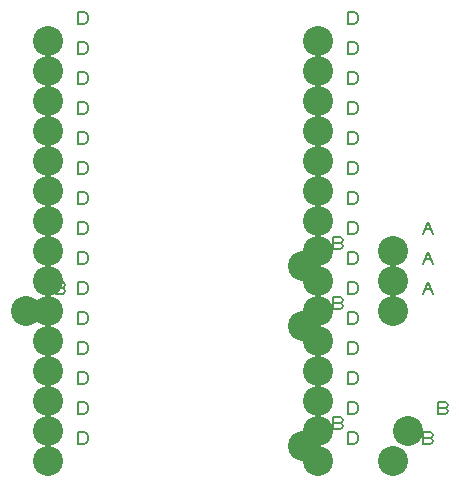
<source format=gbr>
G04 EasyPC Gerber Version 21.0.3 Build 4286 *
G04 #@! TF.Part,Single*
G04 #@! TF.FileFunction,Drillmap *
G04 #@! TF.FilePolarity,Positive *
%FSLAX35Y35*%
%MOIN*%
%ADD11C,0.00500*%
G04 #@! TA.AperFunction,WasherPad*
%ADD20C,0.10000*%
X0Y0D02*
D02*
D11*
X84937Y118063D02*
X85563Y117750D01*
X85875Y117125*
X85563Y116500*
X84937Y116187*
X82750*
Y119937*
X84937*
X85563Y119625*
X85875Y119000*
X85563Y118375*
X84937Y118063*
X82750*
X90250Y66187D02*
Y69937D01*
X92125*
X92750Y69625*
X93063Y69313*
X93375Y68687*
Y67437*
X93063Y66813*
X92750Y66500*
X92125Y66187*
X90250*
Y76187D02*
Y79937D01*
X92125*
X92750Y79625*
X93063Y79313*
X93375Y78687*
Y77437*
X93063Y76813*
X92750Y76500*
X92125Y76187*
X90250*
Y86187D02*
Y89937D01*
X92125*
X92750Y89625*
X93063Y89313*
X93375Y88687*
Y87437*
X93063Y86813*
X92750Y86500*
X92125Y86187*
X90250*
Y96187D02*
Y99937D01*
X92125*
X92750Y99625*
X93063Y99313*
X93375Y98687*
Y97437*
X93063Y96813*
X92750Y96500*
X92125Y96187*
X90250*
Y106187D02*
Y109937D01*
X92125*
X92750Y109625*
X93063Y109313*
X93375Y108687*
Y107437*
X93063Y106813*
X92750Y106500*
X92125Y106187*
X90250*
Y116187D02*
Y119937D01*
X92125*
X92750Y119625*
X93063Y119313*
X93375Y118687*
Y117437*
X93063Y116813*
X92750Y116500*
X92125Y116187*
X90250*
Y126187D02*
Y129937D01*
X92125*
X92750Y129625*
X93063Y129313*
X93375Y128687*
Y127437*
X93063Y126813*
X92750Y126500*
X92125Y126187*
X90250*
Y136187D02*
Y139937D01*
X92125*
X92750Y139625*
X93063Y139313*
X93375Y138687*
Y137437*
X93063Y136813*
X92750Y136500*
X92125Y136187*
X90250*
Y146187D02*
Y149937D01*
X92125*
X92750Y149625*
X93063Y149313*
X93375Y148687*
Y147437*
X93063Y146813*
X92750Y146500*
X92125Y146187*
X90250*
Y156187D02*
Y159937D01*
X92125*
X92750Y159625*
X93063Y159313*
X93375Y158687*
Y157437*
X93063Y156813*
X92750Y156500*
X92125Y156187*
X90250*
Y166187D02*
Y169937D01*
X92125*
X92750Y169625*
X93063Y169313*
X93375Y168687*
Y167437*
X93063Y166813*
X92750Y166500*
X92125Y166187*
X90250*
Y176187D02*
Y179937D01*
X92125*
X92750Y179625*
X93063Y179313*
X93375Y178687*
Y177437*
X93063Y176813*
X92750Y176500*
X92125Y176187*
X90250*
Y186187D02*
Y189937D01*
X92125*
X92750Y189625*
X93063Y189313*
X93375Y188687*
Y187437*
X93063Y186813*
X92750Y186500*
X92125Y186187*
X90250*
Y196187D02*
Y199937D01*
X92125*
X92750Y199625*
X93063Y199313*
X93375Y198687*
Y197437*
X93063Y196813*
X92750Y196500*
X92125Y196187*
X90250*
Y206187D02*
Y209937D01*
X92125*
X92750Y209625*
X93063Y209313*
X93375Y208687*
Y207437*
X93063Y206813*
X92750Y206500*
X92125Y206187*
X90250*
X177437Y73063D02*
X178063Y72750D01*
X178375Y72125*
X178063Y71500*
X177437Y71187*
X175250*
Y74937*
X177437*
X178063Y74625*
X178375Y74000*
X178063Y73375*
X177437Y73063*
X175250*
X177437Y113063D02*
X178063Y112750D01*
X178375Y112125*
X178063Y111500*
X177437Y111187*
X175250*
Y114937*
X177437*
X178063Y114625*
X178375Y114000*
X178063Y113375*
X177437Y113063*
X175250*
X177437Y133063D02*
X178063Y132750D01*
X178375Y132125*
X178063Y131500*
X177437Y131187*
X175250*
Y134937*
X177437*
X178063Y134625*
X178375Y134000*
X178063Y133375*
X177437Y133063*
X175250*
X180250Y66187D02*
Y69937D01*
X182125*
X182750Y69625*
X183063Y69313*
X183375Y68687*
Y67437*
X183063Y66813*
X182750Y66500*
X182125Y66187*
X180250*
Y76187D02*
Y79937D01*
X182125*
X182750Y79625*
X183063Y79313*
X183375Y78687*
Y77437*
X183063Y76813*
X182750Y76500*
X182125Y76187*
X180250*
Y86187D02*
Y89937D01*
X182125*
X182750Y89625*
X183063Y89313*
X183375Y88687*
Y87437*
X183063Y86813*
X182750Y86500*
X182125Y86187*
X180250*
Y96187D02*
Y99937D01*
X182125*
X182750Y99625*
X183063Y99313*
X183375Y98687*
Y97437*
X183063Y96813*
X182750Y96500*
X182125Y96187*
X180250*
Y106187D02*
Y109937D01*
X182125*
X182750Y109625*
X183063Y109313*
X183375Y108687*
Y107437*
X183063Y106813*
X182750Y106500*
X182125Y106187*
X180250*
Y116187D02*
Y119937D01*
X182125*
X182750Y119625*
X183063Y119313*
X183375Y118687*
Y117437*
X183063Y116813*
X182750Y116500*
X182125Y116187*
X180250*
Y126187D02*
Y129937D01*
X182125*
X182750Y129625*
X183063Y129313*
X183375Y128687*
Y127437*
X183063Y126813*
X182750Y126500*
X182125Y126187*
X180250*
Y136187D02*
Y139937D01*
X182125*
X182750Y139625*
X183063Y139313*
X183375Y138687*
Y137437*
X183063Y136813*
X182750Y136500*
X182125Y136187*
X180250*
Y146187D02*
Y149937D01*
X182125*
X182750Y149625*
X183063Y149313*
X183375Y148687*
Y147437*
X183063Y146813*
X182750Y146500*
X182125Y146187*
X180250*
Y156187D02*
Y159937D01*
X182125*
X182750Y159625*
X183063Y159313*
X183375Y158687*
Y157437*
X183063Y156813*
X182750Y156500*
X182125Y156187*
X180250*
Y166187D02*
Y169937D01*
X182125*
X182750Y169625*
X183063Y169313*
X183375Y168687*
Y167437*
X183063Y166813*
X182750Y166500*
X182125Y166187*
X180250*
Y176187D02*
Y179937D01*
X182125*
X182750Y179625*
X183063Y179313*
X183375Y178687*
Y177437*
X183063Y176813*
X182750Y176500*
X182125Y176187*
X180250*
Y186187D02*
Y189937D01*
X182125*
X182750Y189625*
X183063Y189313*
X183375Y188687*
Y187437*
X183063Y186813*
X182750Y186500*
X182125Y186187*
X180250*
Y196187D02*
Y199937D01*
X182125*
X182750Y199625*
X183063Y199313*
X183375Y198687*
Y197437*
X183063Y196813*
X182750Y196500*
X182125Y196187*
X180250*
Y206187D02*
Y209937D01*
X182125*
X182750Y209625*
X183063Y209313*
X183375Y208687*
Y207437*
X183063Y206813*
X182750Y206500*
X182125Y206187*
X180250*
X207437Y68063D02*
X208063Y67750D01*
X208375Y67125*
X208063Y66500*
X207437Y66187*
X205250*
Y69937*
X207437*
X208063Y69625*
X208375Y69000*
X208063Y68375*
X207437Y68063*
X205250*
Y116187D02*
X206813Y119937D01*
X208375Y116187*
X205875Y117750D02*
X207750D01*
X205250Y126187D02*
X206813Y129937D01*
X208375Y126187*
X205875Y127750D02*
X207750D01*
X205250Y136187D02*
X206813Y139937D01*
X208375Y136187*
X205875Y137750D02*
X207750D01*
X212437Y78063D02*
X213063Y77750D01*
X213375Y77125*
X213063Y76500*
X212437Y76187*
X210250*
Y79937*
X212437*
X213063Y79625*
X213375Y79000*
X213063Y78375*
X212437Y78063*
X210250*
D02*
D20*
X72750Y110250D03*
X80250Y60250D03*
Y70250D03*
Y80250D03*
Y90250D03*
Y100250D03*
Y110250D03*
Y120250D03*
Y130250D03*
Y140250D03*
Y150250D03*
Y160250D03*
Y170250D03*
Y180250D03*
Y190250D03*
Y200250D03*
X165250Y65250D03*
Y105250D03*
Y125250D03*
X170250Y60250D03*
Y70250D03*
Y80250D03*
Y90250D03*
Y100250D03*
Y110250D03*
Y120250D03*
Y130250D03*
Y140250D03*
Y150250D03*
Y160250D03*
Y170250D03*
Y180250D03*
Y190250D03*
Y200250D03*
X195250Y60250D03*
Y110250D03*
Y120250D03*
Y130250D03*
X200250Y70250D03*
X0Y0D02*
M02*

</source>
